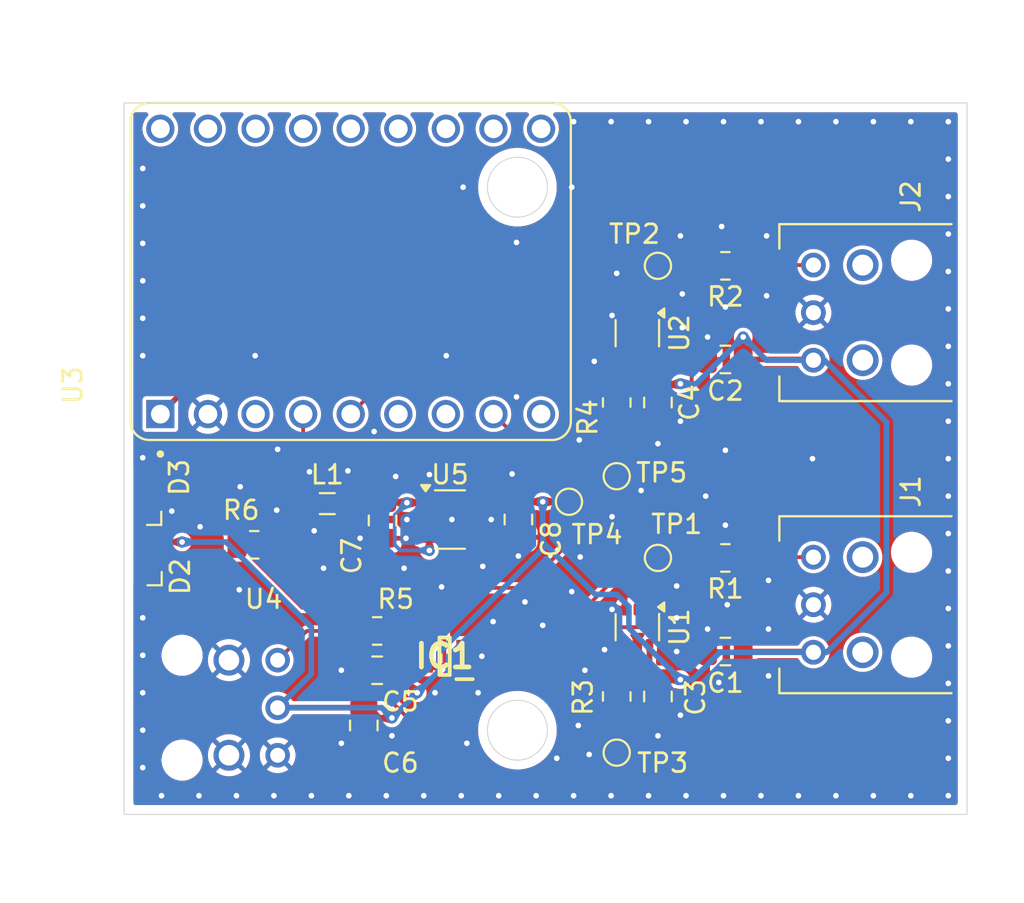
<source format=kicad_pcb>
(kicad_pcb (version 20241229) (generator "pcbnew") (generator_version "9.0")
  (title_block (title "ESP32 TOSLINK 2:1 Auto Switcher") (date "2025-12-28") (rev "1") (comment 4 "github.com/uELKO"))
  (layers (0 "F.Cu" signal) (2 "B.Cu" signal) (13 "F.Paste" user) (15 "B.Paste" user) (5 "F.SilkS" user "F.Silkscreen") (7 "B.SilkS" user "B.Silkscreen") (1 "F.Mask" user) (3 "B.Mask" user) (25 "Edge.Cuts" user))
  (net 0 "")
  (net 1 "/CH_Y_SPDIF")
  (net 2 "GND")
  (net 3 "/CH_B_SPDIF_R")
  (net 4 "/+3.3V")
  (net 5 "/CH_A_SPDIF")
  (net 6 "/CH_B_SPDIF")
  (net 7 "/CH_A_SPDIF_R")
  (net 8 "/CH_Y_SPDIF_R")
  (net 9 "/SW_CH_B")
  (net 10 "/CH_A_DIV")
  (net 11 "/CH_B_DIV")
  (net 12 "Net-(L1-Pad1)")
  (net 13 "Net-(U5-EN)")
  (net 14 "Net-(D2-K)")
  (net 15 "Net-(U1-Q)")
  (net 16 "Net-(U2-Q)")
  (footprint "Capacitor_SMD:C_0805_2012Metric" (layer "F.Cu") (at 113.5125 112.3 180)
    (property "Reference" "C5" (at -1.2375 -1.68 0) (layer "F.SilkS"))
    (property "Value" "1uF")
    (fp_line (start -0.261252 0.735) (end 0.261252 0.735) (stroke (width 0.12)) (layer "F.SilkS"))
    (fp_line (start -0.261252 -0.735) (end 0.261252 -0.735) (stroke (width 0.12)) (layer "F.SilkS"))
    (pad "1" smd roundrect (at -0.95 0 180) (size 1 1.45) (layers "F.Cu" "F.Mask" "F.Paste") (net 4 "/+3.3V"))
    (pad "2" smd roundrect (at 0.95 0 180) (size 1 1.45) (layers "F.Cu" "F.Mask" "F.Paste") (net 2 "GND"))
  )
  (footprint "Resistor_SMD:R_0805_2012Metric" (layer "F.Cu") (at 106.95 105.6 180)
    (property "Reference" "R6" (at 0.7 1.85 0) (layer "F.SilkS"))
    (property "Value" "330R")
    (fp_line (start -0.227064 0.735) (end 0.227064 0.735) (stroke (width 0.12)) (layer "F.SilkS"))
    (fp_line (start -0.227064 -0.735) (end 0.227064 -0.735) (stroke (width 0.12)) (layer "F.SilkS"))
    (pad "1" smd roundrect (at -0.9125 0 180) (size 1.025 1.4) (layers "F.Cu" "F.Mask" "F.Paste") (roundrect_rratio 0.243902) (net 9 "/SW_CH_B"))
    (pad "2" smd roundrect (at 0.9125 0 180) (size 1.025 1.4) (layers "F.Cu" "F.Mask" "F.Paste") (roundrect_rratio 0.243902) (net 14 "Net-(D2-K)"))
  )
  (footprint "Resistor_SMD:R_0805_2012Metric" (layer "F.Cu") (at 113.5125 110.2 180)
    (property "Reference" "R5" (at -0.9875 1.7 0) (layer "F.SilkS"))
    (property "Value" "50R")
    (fp_line (start -0.227064 0.735) (end 0.227064 0.735) (stroke (width 0.12)) (layer "F.SilkS"))
    (fp_line (start -0.227064 -0.735) (end 0.227064 -0.735) (stroke (width 0.12)) (layer "F.SilkS"))
    (pad "1" smd roundrect (at -0.9125 0 180) (size 1.025 1.4) (layers "F.Cu" "F.Mask" "F.Paste") (roundrect_rratio 0.243902) (net 1 "/CH_Y_SPDIF"))
    (pad "2" smd roundrect (at 0.9125 0 180) (size 1.025 1.4) (layers "F.Cu" "F.Mask" "F.Paste") (roundrect_rratio 0.243902) (net 8 "/CH_Y_SPDIF_R"))
  )
  (footprint "TestPoint:TestPoint_Pad_D1.0mm" (layer "F.Cu") (at 128.5 90.7)
    (property "Reference" "TP2" (at -1.25 -1.7 0) (layer "F.SilkS"))
    (property "Value" "TestPoint" (hide yes))
    (fp_circle (center 0 0) (end 0 0.7) (stroke (width 0.12)) (fill no) (layer "F.SilkS"))
    (pad "1" smd circle (at 0 0) (size 1 1) (layers "F.Cu" "F.Mask") (net 3 "/CH_B_SPDIF_R"))
  )
  (footprint "Resistor_SMD:R_0805_2012Metric" (layer "F.Cu") (at 126.3 98 -90)
    (property "Reference" "R4" (at 0.8 1.55 90) (layer "F.SilkS"))
    (property "Value" "50R")
    (fp_line (start -0.227064 0.735) (end 0.227064 0.735) (stroke (width 0.12)) (layer "F.SilkS"))
    (fp_line (start -0.227064 -0.735) (end 0.227064 -0.735) (stroke (width 0.12)) (layer "F.SilkS"))
    (pad "1" smd roundrect (at -0.9125 0 270) (size 1.025 1.4) (layers "F.Cu" "F.Mask" "F.Paste") (roundrect_rratio 0.243902) (net 16 "Net-(U2-Q)"))
    (pad "2" smd roundrect (at 0.9125 0 270) (size 1.025 1.4) (layers "F.Cu" "F.Mask" "F.Paste") (roundrect_rratio 0.243902) (net 11 "/CH_B_DIV"))
  )
  (footprint "footprints:MODULE_ESP32-C3-ZERO" (layer "F.Cu") (at 112.1 91 90)
    (property "Reference" "U3" (at -6.075 -14.835 90) (layer "F.SilkS"))
    (property "Value" "ESP32-C3-ZERO")
    (fp_line (start 4.33 -11.75) (end 8 -11.75) (stroke (width 0.127)) (layer "F.SilkS"))
    (fp_line (start -4.61 -11.75) (end 4.33 -11.75) (stroke (width 0.127)) (layer "F.SilkS"))
    (fp_line (start -8 -11.75) (end -4.61 -11.75) (stroke (width 0.127)) (layer "F.SilkS"))
    (fp_line (start 9 -10.75) (end 9 10.75) (stroke (width 0.127)) (layer "F.SilkS"))
    (fp_line (start -9 10.75) (end -9 -10.75) (stroke (width 0.127)) (layer "F.SilkS"))
    (fp_line (start 8 11.75) (end -8 11.75) (stroke (width 0.127)) (layer "F.SilkS"))
    (fp_arc (start 8 -11.75) (mid 8.707106 -11.457107) (end 9 -10.75) (stroke (width 0.127)) (layer "F.SilkS"))
    (fp_arc (start -9 -10.75) (mid -8.707106 -11.457107) (end -8 -11.75) (stroke (width 0.127)) (layer "F.SilkS"))
    (fp_arc (start 9 10.75) (mid 8.707106 11.457107) (end 8 11.75) (stroke (width 0.127)) (layer "F.SilkS"))
    (fp_arc (start -8 11.75) (mid -8.707106 11.457107) (end -9 10.75) (stroke (width 0.127)) (layer "F.SilkS"))
    (fp_circle (center -9.75 -10.16) (end -9.65 -10.159999) (stroke (width 0.2)) (fill no) (layer "F.SilkS"))
    (pad "1" thru_hole circle (at -7.62 -2.54 90) (size 1.508 1.508) (drill 1) (layers "*.Cu" "*.Mask") (net 10 "/CH_A_DIV"))
    (pad "2" thru_hole circle (at -7.62 0 90) (size 1.508 1.508) (drill 1) (layers "*.Cu" "*.Mask") (net 11 "/CH_B_DIV"))
    (pad "3" thru_hole circle (at -7.62 2.54 90) (size 1.508 1.508) (drill 1) (layers "*.Cu" "*.Mask"))
    (pad "3V3" thru_hole circle (at -7.62 -5.08 90) (size 1.508 1.508) (drill 1) (layers "*.Cu" "*.Mask"))
    (pad "4" thru_hole circle (at -7.62 5.08 90) (size 1.508 1.508) (drill 1) (layers "*.Cu" "*.Mask"))
    (pad "5" thru_hole circle (at -7.62 7.62 90) (size 1.508 1.508) (drill 1) (layers "*.Cu" "*.Mask") (net 9 "/SW_CH_B"))
    (pad "5V" thru_hole rect (at -7.62 -10.16 90) (size 1.508 1.508) (drill 1) (layers "*.Cu" "*.Mask") (net 12 "Net-(L1-Pad1)"))
    (pad "6" thru_hole circle (at -7.62 10.16 90) (size 1.508 1.508) (drill 1) (layers "*.Cu" "*.Mask"))
    (pad "7" thru_hole circle (at 7.62 10.16 90) (size 1.508 1.508) (drill 1) (layers "*.Cu" "*.Mask"))
    (pad "8" thru_hole circle (at 7.62 7.62 90) (size 1.508 1.508) (drill 1) (layers "*.Cu" "*.Mask"))
    (pad "9" thru_hole circle (at 7.62 5.08 90) (size 1.508 1.508) (drill 1) (layers "*.Cu" "*.Mask"))
    (pad "10" thru_hole circle (at 7.62 2.54 90) (size 1.508 1.508) (drill 1) (layers "*.Cu" "*.Mask"))
    (pad "11" thru_hole circle (at 7.62 0 90) (size 1.508 1.508) (drill 1) (layers "*.Cu" "*.Mask"))
    (pad "12" thru_hole circle (at 7.62 -2.54 90) (size 1.508 1.508) (drill 1) (layers "*.Cu" "*.Mask"))
    (pad "13" thru_hole circle (at 7.62 -5.08 90) (size 1.508 1.508) (drill 1) (layers "*.Cu" "*.Mask"))
    (pad "GND" thru_hole circle (at -7.62 -7.62 90) (size 1.508 1.508) (drill 1) (layers "*.Cu" "*.Mask") (net 2 "GND"))
    (pad "RX" thru_hole circle (at 7.62 -7.62 90) (size 1.508 1.508) (drill 1) (layers "*.Cu" "*.Mask"))
    (pad "TX" thru_hole circle (at 7.62 -10.16 90) (size 1.508 1.508) (drill 1) (layers "*.Cu" "*.Mask"))
  )
  (footprint "Capacitor_SMD:C_0805_2012Metric" (layer "F.Cu") (at 132.1 95.7 180)
    (property "Reference" "C2" (at 0 -1.68 0) (layer "F.SilkS"))
    (property "Value" "1uF")
    (fp_line (start -0.261252 0.735) (end 0.261252 0.735) (stroke (width 0.12)) (layer "F.SilkS"))
    (fp_line (start -0.261252 -0.735) (end 0.261252 -0.735) (stroke (width 0.12)) (layer "F.SilkS"))
    (pad "1" smd roundrect (at -0.95 0 180) (size 1 1.45) (layers "F.Cu" "F.Mask" "F.Paste") (net 4 "/+3.3V"))
    (pad "2" smd roundrect (at 0.95 0 180) (size 1 1.45) (layers "F.Cu" "F.Mask" "F.Paste") (net 2 "GND"))
  )
  (footprint "Package_TO_SOT_SMD:SOT-23-5" (layer "F.Cu") (at 117.4 104.25)
    (property "Reference" "U5" (at 0 -2.4 0) (layer "F.SilkS"))
    (property "Value" "AP2127K-3.3")
    (fp_line (start 0 -1.56) (end -0.8 -1.56) (stroke (width 0.12)) (layer "F.SilkS"))
    (fp_line (start 0 -1.56) (end 0.8 -1.56) (stroke (width 0.12)) (layer "F.SilkS"))
    (fp_line (start 0 1.56) (end -0.8 1.56) (stroke (width 0.12)) (layer "F.SilkS"))
    (fp_line (start 0 1.56) (end 0.8 1.56) (stroke (width 0.12)) (layer "F.SilkS"))
    (fp_poly (pts (xy -1.3 -1.51) (xy -1.54 -1.84) (xy -1.06 -1.84)) (stroke (width 0.12)) (fill yes) (layer "F.SilkS"))
    (pad "1" smd roundrect (at -1.1375 -0.95) (size 1.325 0.6) (layers "F.Cu" "F.Mask" "F.Paste") (net 13 "Net-(U5-EN)"))
    (pad "2" smd roundrect (at -1.1375 0) (size 1.325 0.6) (layers "F.Cu" "F.Mask" "F.Paste") (net 2 "GND"))
    (pad "3" smd roundrect (at -1.1375 0.95) (size 1.325 0.6) (layers "F.Cu" "F.Mask" "F.Paste") (net 13 "Net-(U5-EN)"))
    (pad "4" smd roundrect (at 1.1375 0.95) (size 1.325 0.6) (layers "F.Cu" "F.Mask" "F.Paste"))
    (pad "5" smd roundrect (at 1.1375 -0.95) (size 1.325 0.6) (layers "F.Cu" "F.Mask" "F.Paste") (net 4 "/+3.3V"))
  )
  (footprint "Resistor_SMD:R_0805_2012Metric" (layer "F.Cu") (at 132.1 106.3 180)
    (property "Reference" "R1" (at 0 -1.65 0) (layer "F.SilkS"))
    (property "Value" "50R")
    (fp_line (start -0.227064 0.735) (end 0.227064 0.735) (stroke (width 0.12)) (layer "F.SilkS"))
    (fp_line (start -0.227064 -0.735) (end 0.227064 -0.735) (stroke (width 0.12)) (layer "F.SilkS"))
    (pad "1" smd roundrect (at -0.9125 0 180) (size 1.025 1.4) (layers "F.Cu" "F.Mask" "F.Paste") (roundrect_rratio 0.243902) (net 5 "/CH_A_SPDIF"))
    (pad "2" smd roundrect (at 0.9125 0 180) (size 1.025 1.4) (layers "F.Cu" "F.Mask" "F.Paste") (roundrect_rratio 0.243902) (net 7 "/CH_A_SPDIF_R"))
  )
  (footprint "TestPoint:TestPoint_Pad_D1.0mm" (layer "F.Cu") (at 126.3 116.7 -90)
    (property "Reference" "TP3" (at 0.55 -2.45 0) (layer "F.SilkS"))
    (property "Value" "TestPoint" (hide yes))
    (fp_circle (center 0 0) (end 0 0.7) (stroke (width 0.12)) (fill no) (layer "F.SilkS"))
    (pad "1" smd circle (at 0 0 270) (size 1 1) (layers "F.Cu" "F.Mask") (net 10 "/CH_A_DIV"))
  )
  (footprint "TestPoint:TestPoint_Pad_D1.0mm" (layer "F.Cu") (at 123.75 103.3)
    (property "Reference" "TP5" (at 4.95 -1.55 0) (layer "F.SilkS"))
    (property "Value" "TestPoint" (hide yes))
    (fp_circle (center 0 0) (end 0 0.7) (stroke (width 0.12)) (fill no) (layer "F.SilkS"))
    (pad "1" smd circle (at 0 0) (size 1 1) (layers "F.Cu" "F.Mask") (net 4 "/+3.3V"))
  )
  (footprint "Package_TO_SOT_SMD:SOT-353_SC-70-5" (layer "F.Cu") (at 127.4 110 -90)
    (property "Reference" "U1" (at 0 -2.25 90) (layer "F.SilkS"))
    (property "Value" "74AHC1G4212")
    (fp_line (start -0.7 1.16) (end 0.7 1.16) (stroke (width 0.12)) (layer "F.SilkS"))
    (fp_line (start -0.71 -1.16) (end 0.7 -1.16) (stroke (width 0.12)) (layer "F.SilkS"))
    (fp_poly (pts (xy -1.08 -1.11) (xy -1.32 -1.44) (xy -0.84 -1.44) (xy -1.08 -1.11)) (stroke (width 0.12)) (fill yes) (layer "F.SilkS"))
    (pad "1" smd roundrect (at -0.95 -0.65 270) (size 0.65 0.4) (layers "F.Cu" "F.Mask" "F.Paste") (net 7 "/CH_A_SPDIF_R"))
    (pad "2" smd roundrect (at -0.95 0 270) (size 0.65 0.4) (layers "F.Cu" "F.Mask" "F.Paste"))
    (pad "3" smd roundrect (at -0.95 0.65 270) (size 0.65 0.4) (layers "F.Cu" "F.Mask" "F.Paste") (net 2 "GND"))
    (pad "4" smd roundrect (at 0.95 0.65 270) (size 0.65 0.4) (layers "F.Cu" "F.Mask" "F.Paste") (net 15 "Net-(U1-Q)"))
    (pad "5" smd roundrect (at 0.95 -0.65 270) (size 0.65 0.4) (layers "F.Cu" "F.Mask" "F.Paste") (net 4 "/+3.3V"))
  )
  (footprint "Resistor_SMD:R_0805_2012Metric" (layer "F.Cu") (at 126.3 113.7 -90)
    (property "Reference" "R3" (at 0.05 1.8 90) (layer "F.SilkS"))
    (property "Value" "50R")
    (fp_line (start -0.227064 0.735) (end 0.227064 0.735) (stroke (width 0.12)) (layer "F.SilkS"))
    (fp_line (start -0.227064 -0.735) (end 0.227064 -0.735) (stroke (width 0.12)) (layer "F.SilkS"))
    (pad "1" smd roundrect (at -0.9125 0 270) (size 1.025 1.4) (layers "F.Cu" "F.Mask" "F.Paste") (roundrect_rratio 0.243902) (net 15 "Net-(U1-Q)"))
    (pad "2" smd roundrect (at 0.9125 0 270) (size 1.025 1.4) (layers "F.Cu" "F.Mask" "F.Paste") (roundrect_rratio 0.243902) (net 10 "/CH_A_DIV"))
  )
  (footprint "Resistor_SMD:R_0805_2012Metric" (layer "F.Cu") (at 132.1 90.7 180)
    (property "Reference" "R2" (at 0 -1.65 0) (layer "F.SilkS"))
    (property "Value" "50R")
    (fp_line (start -0.227064 0.735) (end 0.227064 0.735) (stroke (width 0.12)) (layer "F.SilkS"))
    (fp_line (start -0.227064 -0.735) (end 0.227064 -0.735) (stroke (width 0.12)) (layer "F.SilkS"))
    (pad "1" smd roundrect (at -0.9125 0 180) (size 1.025 1.4) (layers "F.Cu" "F.Mask" "F.Paste") (roundrect_rratio 0.243902) (net 6 "/CH_B_SPDIF"))
    (pad "2" smd roundrect (at 0.9125 0 180) (size 1.025 1.4) (layers "F.Cu" "F.Mask" "F.Paste") (roundrect_rratio 0.243902) (net 3 "/CH_B_SPDIF_R"))
  )
  (footprint "Capacitor_SMD:C_0805_2012Metric" (layer "F.Cu") (at 128.5 113.7 -90)
    (property "Reference" "C3" (at 0.05 -2 90) (layer "F.SilkS"))
    (property "Value" "1uF")
    (fp_line (start -0.261252 0.735) (end 0.261252 0.735) (stroke (width 0.12)) (layer "F.SilkS"))
    (fp_line (start -0.261252 -0.735) (end 0.261252 -0.735) (stroke (width 0.12)) (layer "F.SilkS"))
    (pad "1" smd roundrect (at -0.95 0 270) (size 1 1.45) (layers "F.Cu" "F.Mask" "F.Paste") (net 4 "/+3.3V"))
    (pad "2" smd roundrect (at 0.95 0 270) (size 1 1.45) (layers "F.Cu" "F.Mask" "F.Paste") (net 2 "GND"))
  )
  (footprint "Package_TO_SOT_SMD:SOT-353_SC-70-5" (layer "F.Cu") (at 127.4 94.3 -90)
    (property "Reference" "U2" (at 0 -2.25 90) (layer "F.SilkS"))
    (property "Value" "74AHC1G4212")
    (fp_line (start -0.7 1.16) (end 0.7 1.16) (stroke (width 0.12)) (layer "F.SilkS"))
    (fp_line (start -0.71 -1.16) (end 0.7 -1.16) (stroke (width 0.12)) (layer "F.SilkS"))
    (fp_poly (pts (xy -1.08 -1.11) (xy -1.32 -1.44) (xy -0.84 -1.44) (xy -1.08 -1.11)) (stroke (width 0.12)) (fill yes) (layer "F.SilkS"))
    (pad "1" smd roundrect (at -0.95 -0.65 270) (size 0.65 0.4) (layers "F.Cu" "F.Mask" "F.Paste") (net 3 "/CH_B_SPDIF_R"))
    (pad "2" smd roundrect (at -0.95 0 270) (size 0.65 0.4) (layers "F.Cu" "F.Mask" "F.Paste"))
    (pad "3" smd roundrect (at -0.95 0.65 270) (size 0.65 0.4) (layers "F.Cu" "F.Mask" "F.Paste") (net 2 "GND"))
    (pad "4" smd roundrect (at 0.95 0.65 270) (size 0.65 0.4) (layers "F.Cu" "F.Mask" "F.Paste") (net 16 "Net-(U2-Q)"))
    (pad "5" smd roundrect (at 0.95 -0.65 270) (size 0.65 0.4) (layers "F.Cu" "F.Mask" "F.Paste") (net 4 "/+3.3V"))
  )
  (footprint "Inductor_SMD:L_0805_2012Metric" (layer "F.Cu") (at 110.85 103.4)
    (property "Reference" "L1" (at 0 -1.55 0) (layer "F.SilkS"))
    (property "Value" "100R")
    (fp_line (start -0.399622 -0.56) (end 0.399622 -0.56) (stroke (width 0.12)) (layer "F.SilkS"))
    (fp_line (start -0.399622 0.56) (end 0.399622 0.56) (stroke (width 0.12)) (layer "F.SilkS"))
    (pad "1" smd roundrect (at -1.0625 0) (size 0.875 1.2) (layers "F.Cu" "F.Mask" "F.Paste") (net 12 "Net-(L1-Pad1)"))
    (pad "2" smd roundrect (at 1.0625 0) (size 0.875 1.2) (layers "F.Cu" "F.Mask" "F.Paste") (net 13 "Net-(U5-EN)"))
  )
  (footprint "Capacitor_SMD:C_0805_2012Metric" (layer "F.Cu") (at 121.05 104.25 -90)
    (property "Reference" "C8" (at 1.05 -1.75 90) (layer "F.SilkS"))
    (property "Value" "10uF")
    (fp_line (start -0.261252 0.735) (end 0.261252 0.735) (stroke (width 0.12)) (layer "F.SilkS"))
    (fp_line (start -0.261252 -0.735) (end 0.261252 -0.735) (stroke (width 0.12)) (layer "F.SilkS"))
    (pad "1" smd roundrect (at -0.95 0 270) (size 1 1.45) (layers "F.Cu" "F.Mask" "F.Paste") (net 4 "/+3.3V"))
    (pad "2" smd roundrect (at 0.95 0 270) (size 1 1.45) (layers "F.Cu" "F.Mask" "F.Paste") (net 2 "GND"))
  )
  (footprint "Capacitor_SMD:C_0805_2012Metric" (layer "F.Cu") (at 112.8 115.25 -90)
    (property "Reference" "C6" (at 2 -1.95 180) (layer "F.SilkS"))
    (property "Value" "1uF")
    (fp_line (start -0.261252 0.735) (end 0.261252 0.735) (stroke (width 0.12)) (layer "F.SilkS"))
    (fp_line (start -0.261252 -0.735) (end 0.261252 -0.735) (stroke (width 0.12)) (layer "F.SilkS"))
    (pad "1" smd roundrect (at -0.95 0 270) (size 1 1.45) (layers "F.Cu" "F.Mask" "F.Paste") (net 4 "/+3.3V"))
    (pad "2" smd roundrect (at 0.95 0 270) (size 1 1.45) (layers "F.Cu" "F.Mask" "F.Paste") (net 2 "GND"))
  )
  (footprint "Capacitor_SMD:C_0805_2012Metric" (layer "F.Cu") (at 132.1 111.3 180)
    (property "Reference" "C1" (at 0 -1.68 0) (layer "F.SilkS"))
    (property "Value" "1uF")
    (fp_line (start -0.261252 0.735) (end 0.261252 0.735) (stroke (width 0.12)) (layer "F.SilkS"))
    (fp_line (start -0.261252 -0.735) (end 0.261252 -0.735) (stroke (width 0.12)) (layer "F.SilkS"))
    (pad "1" smd roundrect (at -0.95 0 180) (size 1 1.45) (layers "F.Cu" "F.Mask" "F.Paste") (net 4 "/+3.3V"))
    (pad "2" smd roundrect (at 0.95 0 180) (size 1 1.45) (layers "F.Cu" "F.Mask" "F.Paste") (net 2 "GND"))
  )
  (footprint "footprints:ORJ-8" (layer "F.Cu") (at 142.04 93.2 -90)
    (property "Reference" "J2" (at -6.2 0.04 90) (layer "F.SilkS"))
    (property "Value" "FC684208R")
    (fp_line (start -4.725 7.06) (end -4.725 -2.13) (stroke (width 0.127)) (layer "F.SilkS"))
    (fp_line (start -4.72 7.06) (end -3.42 7.06) (stroke (width 0.127)) (layer "F.SilkS"))
    (fp_line (start 3.41 7.06) (end 4.71 7.06) (stroke (width 0.127)) (layer "F.SilkS"))
    (fp_line (start 4.725 -2.13) (end 4.725 7.06) (stroke (width 0.127)) (layer "F.SilkS"))
    (pad "" np_thru_hole circle (at -2.8 0 270) (size 1.7018 1.7018) (drill 1.7018) (layers "*.Cu" "*.Mask"))
    (pad "" np_thru_hole circle (at -2.54 2.61 270) (size 1.7 1.7) (drill 1.1176) (layers "*.Cu" "*.Mask"))
    (pad "" np_thru_hole circle (at 2.54 2.61 270) (size 1.7 1.7) (drill 1.1176) (layers "*.Cu" "*.Mask"))
    (pad "" np_thru_hole circle (at 2.8 0 270) (size 1.7018 1.7018) (drill 1.7018) (layers "*.Cu" "*.Mask"))
    (pad "1" thru_hole circle (at 2.54 5.24 270) (size 1.3208 1.3208) (drill 0.8128) (layers "*.Cu" "*.Mask") (net 4 "/+3.3V"))
    (pad "2" thru_hole circle (at 0 5.24 270) (size 1.3208 1.3208) (drill 0.8128) (layers "*.Cu" "*.Mask") (net 2 "GND"))
    (pad "3" thru_hole circle (at -2.54 5.24 270) (size 1.3208 1.3208) (drill 0.8128) (layers "*.Cu" "*.Mask") (net 6 "/CH_B_SPDIF"))
  )
  (footprint "LED_SMD:LED_Kingbright_APA1606_1.6x0.6mm_Horizontal" (layer "F.Cu") (at 101.2275 103.0275 90)
    (property "Reference" "D3" (at 1.0275 1.7225 90) (layer "F.SilkS"))
    (property "Value" "LED")
    (fp_line (start -1.51 0) (end -1.51 0.76) (stroke (width 0.12)) (layer "F.SilkS"))
    (fp_line (start -1.51 0.76) (end -0.8 0.76) (stroke (width 0.12)) (layer "F.SilkS"))
    (pad "1" smd roundrect (at -0.8 0 90) (size 0.9 1) (layers "F.Cu" "F.Mask" "F.Paste") (net 2 "GND"))
    (pad "2" smd roundrect (at 0.8 0 90) (size 0.9 1) (layers "F.Cu" "F.Mask" "F.Paste") (net 14 "Net-(D2-K)"))
  )
  (footprint "footprints:FCR684208T_R" (layer "F.Cu") (at 97.2 114.3 180)
    (property "Reference" "U4" (at -10.25 5.8 0) (layer "F.SilkS"))
    (property "Value" "FCR684208T")
    (pad "" np_thru_hole circle (at -5.9 -2.8 180) (size 1.7 1.7) (drill 1.7) (layers "*.Cu" "*.Mask"))
    (pad "" np_thru_hole circle (at -5.9 2.8 180) (size 1.7 1.7) (drill 1.7) (layers "*.Cu" "*.Mask"))
    (pad "1" thru_hole circle (at -11 -2.54 180) (size 1.308 1.308) (drill 0.8) (layers "*.Cu" "*.Mask") (net 2 "GND"))
    (pad "2" thru_hole circle (at -11 0 180) (size 1.308 1.308) (drill 0.8) (layers "*.Cu" "*.Mask") (net 4 "/+3.3V"))
    (pad "3" thru_hole circle (at -11 2.54 180) (size 1.308 1.308) (drill 0.8) (layers "*.Cu" "*.Mask") (net 8 "/CH_Y_SPDIF_R"))
    (pad "MP1" thru_hole circle (at -8.4 -2.54 180) (size 1.65 1.65) (drill 1.1) (layers "*.Cu" "*.Mask") (net 2 "GND"))
    (pad "MP2" thru_hole circle (at -8.4 2.54 180) (size 1.65 1.65) (drill 1.1) (layers "*.Cu" "*.Mask") (net 2 "GND"))
  )
  (footprint "footprints:ORJ-8" (layer "F.Cu") (at 142.04 108.8 -90)
    (property "Reference" "J1" (at -6.05 0.04 90) (layer "F.SilkS"))
    (property "Value" "FC684208R")
    (fp_line (start -4.725 7.06) (end -4.725 -2.13) (stroke (width 0.127)) (layer "F.SilkS"))
    (fp_line (start -4.72 7.06) (end -3.42 7.06) (stroke (width 0.127)) (layer "F.SilkS"))
    (fp_line (start 3.41 7.06) (end 4.71 7.06) (stroke (width 0.127)) (layer "F.SilkS"))
    (fp_line (start 4.725 -2.13) (end 4.725 7.06) (stroke (width 0.127)) (layer "F.SilkS"))
    (pad "" np_thru_hole circle (at -2.8 0 270) (size 1.7018 1.7018) (drill 1.7018) (layers "*.Cu" "*.Mask"))
    (pad "" np_thru_hole circle (at -2.54 2.61 270) (size 1.7 1.7) (drill 1.1176) (layers "*.Cu" "*.Mask"))
    (pad "" np_thru_hole circle (at 2.54 2.61 270) (size 1.7 1.7) (drill 1.1176) (layers "*.Cu" "*.Mask"))
    (pad "" np_thru_hole circle (at 2.8 0 270) (size 1.7018 1.7018) (drill 1.7018) (layers "*.Cu" "*.Mask"))
    (pad "1" thru_hole circle (at 2.54 5.24 270) (size 1.3208 1.3208) (drill 0.8128) (layers "*.Cu" "*.Mask") (net 4 "/+3.3V"))
    (pad "2" thru_hole circle (at 0 5.24 270) (size 1.3208 1.3208) (drill 0.8128) (layers "*.Cu" "*.Mask") (net 2 "GND"))
    (pad "3" thru_hole circle (at -2.54 5.24 270) (size 1.3208 1.3208) (drill 0.8128) (layers "*.Cu" "*.Mask") (net 5 "/CH_A_SPDIF"))
  )
  (footprint "TestPoint:TestPoint_Pad_D1.0mm" (layer "F.Cu") (at 126.3 101.9375 -90)
    (property "Reference" "TP4" (at 3.1125 1.05 180) (layer "F.SilkS"))
    (property "Value" "TestPoint" (hide yes))
    (fp_circle (center 0 0) (end 0 0.7) (stroke (width 0.12)) (fill no) (layer "F.SilkS"))
    (pad "1" smd circle (at 0 0 270) (size 1 1) (layers "F.Cu" "F.Mask") (net 11 "/CH_B_DIV"))
  )
  (footprint "TestPoint:TestPoint_Pad_D1.0mm" (layer "F.Cu") (at 128.5 106.3)
    (property "Reference" "TP1" (at 1 -1.8 0) (layer "F.SilkS"))
    (property "Value" "TestPoint" (hide yes))
    (fp_circle (center 0 0) (end 0 0.7) (stroke (width 0.12)) (fill no) (layer "F.SilkS"))
    (pad "1" smd circle (at 0 0) (size 1 1) (layers "F.Cu" "F.Mask") (net 7 "/CH_A_SPDIF_R"))
  )
  (footprint "Capacitor_SMD:C_0805_2012Metric" (layer "F.Cu") (at 113.8 104.3 -90)
    (property "Reference" "C7" (at 1.9 1.65 90) (layer "F.SilkS"))
    (property "Value" "10uF")
    (fp_line (start -0.261252 0.735) (end 0.261252 0.735) (stroke (width 0.12)) (layer "F.SilkS"))
    (fp_line (start -0.261252 -0.735) (end 0.261252 -0.735) (stroke (width 0.12)) (layer "F.SilkS"))
    (pad "1" smd roundrect (at -0.95 0 270) (size 1 1.45) (layers "F.Cu" "F.Mask" "F.Paste") (net 13 "Net-(U5-EN)"))
    (pad "2" smd roundrect (at 0.95 0 270) (size 1 1.45) (layers "F.Cu" "F.Mask" "F.Paste") (net 2 "GND"))
  )
  (footprint "Capacitor_SMD:C_0805_2012Metric" (layer "F.Cu") (at 128.5 98 -90)
    (property "Reference" "C4" (at 0 -1.68 90) (layer "F.SilkS"))
    (property "Value" "1uF")
    (fp_line (start -0.261252 0.735) (end 0.261252 0.735) (stroke (width 0.12)) (layer "F.SilkS"))
    (fp_line (start -0.261252 -0.735) (end 0.261252 -0.735) (stroke (width 0.12)) (layer "F.SilkS"))
    (pad "1" smd roundrect (at -0.95 0 270) (size 1 1.45) (layers "F.Cu" "F.Mask" "F.Paste") (net 4 "/+3.3V"))
    (pad "2" smd roundrect (at 0.95 0 270) (size 1 1.45) (layers "F.Cu" "F.Mask" "F.Paste") (net 2 "GND"))
  )
  (footprint "LED_SMD:LED_Kingbright_APA1606_1.6x0.6mm_Horizontal" (layer "F.Cu") (at 101.25 106.25 90)
    (property "Reference" "D2" (at -1.05 1.75 90) (layer "F.SilkS"))
    (property "Value" "LED")
    (fp_line (start -1.51 0) (end -1.51 0.76) (stroke (width 0.12)) (layer "F.SilkS"))
    (fp_line (start -1.51 0.76) (end -0.8 0.76) (stroke (width 0.12)) (layer "F.SilkS"))
    (pad "1" smd roundrect (at -0.8 0 90) (size 0.9 1) (layers "F.Cu" "F.Mask" "F.Paste") (net 14 "Net-(D2-K)"))
    (pad "2" smd roundrect (at 0.8 0 90) (size 0.9 1) (layers "F.Cu" "F.Mask" "F.Paste") (net 4 "/+3.3V"))
  )
  (footprint "footprints:SOP65P210X110-6N" (layer "F.Cu") (at 117.1125 111.55 180)
    (property "Reference" "IC1" (at 0 0 180) (layer "F.SilkS") (effects (font (size 1.27 1.27) (thickness 0.254))))
    (property "Value" "74LVC1G157GW,125" (hide yes))
    (fp_line (start 0.275 1) (end -0.275 1) (stroke (width 0.2)) (layer "F.SilkS"))
    (fp_line (start 0.275 -1) (end 0.275 1) (stroke (width 0.2)) (layer "F.SilkS"))
    (fp_line (start -0.275 1) (end -0.275 -1) (stroke (width 0.2)) (layer "F.SilkS"))
    (fp_line (start -0.275 -1) (end 0.275 -1) (stroke (width 0.2)) (layer "F.SilkS"))
    (fp_line (start -1.5 -1.225) (end -0.625 -1.225) (stroke (width 0.2)) (layer "F.SilkS"))
    (pad "1" smd rect (at -1.062 -0.65 270) (size 0.45 0.875) (layers "F.Cu" "F.Mask" "F.Paste") (net 7 "/CH_A_SPDIF_R"))
    (pad "2" smd rect (at -1.062 0 270) (size 0.45 0.875) (layers "F.Cu" "F.Mask" "F.Paste") (net 2 "GND"))
    (pad "3" smd rect (at -1.062 0.65 270) (size 0.45 0.875) (layers "F.Cu" "F.Mask" "F.Paste") (net 3 "/CH_B_SPDIF_R"))
    (pad "4" smd rect (at 1.062 0.65 270) (size 0.45 0.875) (layers "F.Cu" "F.Mask" "F.Paste") (net 1 "/CH_Y_SPDIF"))
    (pad "5" smd rect (at 1.062 0 270) (size 0.45 0.875) (layers "F.Cu" "F.Mask" "F.Paste") (net 4 "/+3.3V"))
    (pad "6" smd rect (at 1.062 -0.65 270) (size 0.45 0.875) (layers "F.Cu" "F.Mask" "F.Paste") (net 9 "/SW_CH_B"))
  )
  (gr_circle (center 121 115.5) (end 122.6 115.5) (stroke (width 0.05)) (fill no) (layer "Edge.Cuts"))
  (gr_rect (start 100 82) (end 145 120) (stroke (width 0.05)) (fill no) (layer "Edge.Cuts"))
  (gr_circle (center 121 86.5) (end 122.6 86.5) (stroke (width 0.05)) (fill no) (layer "Edge.Cuts"))
  (segment (start 116.0505 110.9) (end 115.125 110.9) (width 0.2) (layer "F.Cu") (net 1))
  (segment (start 115.125 110.9) (end 114.425 110.2) (width 0.2) (layer "F.Cu") (net 1))
  (segment (start 131.15 95.7) (end 131.15 94.5) (width 0.3) (layer "F.Cu") (net 2))
  (segment (start 112.8 116.2) (end 111.6 116.2) (width 0.3) (layer "F.Cu") (net 2))
  (segment (start 129.7 99) (end 128.55 99) (width 0.3) (layer "F.Cu") (net 2))
  (segment (start 126.75 93.35) (end 126.05 93.35) (width 0.3) (layer "F.Cu") (net 2))
  (segment (start 131.15 111.3) (end 131.15 110.1) (width 0.3) (layer "F.Cu") (net 2))
  (segment (start 128.55 114.7) (end 128.5 114.65) (width 0.3) (layer "F.Cu") (net 2))
  (segment (start 112.5625 112.3) (end 111.6 112.3) (width 0.3) (layer "F.Cu") (net 2))
  (segment (start 128.55 99) (end 128.5 98.95) (width 0.3) (layer "F.Cu") (net 2))
  (segment (start 118.1745 111.55) (end 119.1 111.55) (width 0.2) (layer "F.Cu") (net 2))
  (segment (start 126.75 109.05) (end 126.05 109.05) (width 0.3) (layer "F.Cu") (net 2))
  (segment (start 129.7 114.7) (end 128.55 114.7) (width 0.3) (layer "F.Cu") (net 2))
  (via (at 108.2 100.5) (size 0.6) (drill 0.3) (layers "F.Cu" "B.Cu") (net 2))
  (via (at 134.3 92.3) (size 0.6) (drill 0.3) (layers "F.Cu" "B.Cu") (net 2))
  (via (at 101 87.5) (size 0.6) (drill 0.3) (layers "F.Cu" "B.Cu") (net 2))
  (via (at 130 119) (size 0.6) (drill 0.3) (layers "F.Cu" "B.Cu") (net 2))
  (via (at 128 83) (size 0.6) (drill 0.3) (layers "F.Cu" "B.Cu") (net 2))
  (via (at 131.15 110.1) (size 0.6) (drill 0.3) (layers "F.Cu" "B.Cu") (net 2))
  (via (at 129.7 99) (size 0.6) (drill 0.3) (layers "F.Cu" "B.Cu") (net 2))
  (via (at 102 119) (size 0.6) (drill 0.3) (layers "F.Cu" "B.Cu") (net 2))
  (via (at 114.3 115.8) (size 0.6) (drill 0.3) (layers "F.Cu" "B.Cu") (net 2))
  (via (at 138 83) (size 0.6) (drill 0.3) (layers "F.Cu" "B.Cu") (net 2))
  (via (at 110.15 104.85) (size 0.6) (drill 0.3) (layers "F.Cu" "B.Cu") (net 2))
  (via (at 124.35 106.25) (size 0.6) (drill 0.3) (layers "F.Cu" "B.Cu") (net 2))
  (via (at 129.8 92.2) (size 0.6) (drill 0.3) (layers "F.Cu" "B.Cu") (net 2))
  (via (at 104 119) (size 0.6) (drill 0.3) (layers "F.Cu" "B.Cu") (net 2))
  (via (at 116.6 113.5) (size 0.6) (drill 0.3) (layers "F.Cu" "B.Cu") (net 2))
  (via (at 101 95.5) (size 0.6) (drill 0.3) (layers "F.Cu" "B.Cu") (net 2))
  (via (at 144 111) (size 0.6) (drill 0.3) (layers "F.Cu" "B.Cu") (net 2))
  (via (at 128 119) (size 0.6) (drill 0.3) (layers "F.Cu" "B.Cu") (net 2))
  (via (at 114 119) (size 0.6) (drill 0.3) (layers "F.Cu" "B.Cu") (net 2))
  (via (at 123.9 108.1) (size 0.6) (drill 0.3) (layers "F.Cu" "B.Cu") (net 2))
  (via (at 111.95 101.65) (size 0.6) (drill 0.3) (layers "F.Cu" "B.Cu") (net 2))
  (via (at 119.7 109.7) (size 0.6) (drill 0.3) (layers "F.Cu" "B.Cu") (net 2))
  (via (at 140 83) (size 0.6) (drill 0.3) (layers "F.Cu" "B.Cu") (net 2))
  (via (at 121.05 106.2) (size 0.6) (drill 0.3) (layers "F.Cu" "B.Cu") (net 2))
  (via (at 132.1 100.55) (size 0.6) (drill 0.3) (layers "F.Cu" "B.Cu") (net 2))
  (via (at 126.05 104.1) (size 0.6) (drill 0.3) (layers "F.Cu" "B.Cu") (net 2))
  (via (at 140 119) (size 0.6) (drill 0.3) (layers "F.Cu" "B.Cu") (net 2))
  (via (at 110 119) (size 0.6) (drill 0.3) (layers "F.Cu" "B.Cu") (net 2))
  (via (at 144 117) (size 0.6) (drill 0.3) (layers "F.Cu" "B.Cu") (net 2))
  (via (at 126 119) (size 0.6) (drill 0.3) (layers "F.Cu" "B.Cu") (net 2))
  (via (at 112.6 105.25) (size 0.6) (drill 0.3) (layers "F.Cu" "B.Cu") (net 2))
  (via (at 144 107) (size 0.6) (drill 0.3) (layers "F.Cu" "B.Cu") (net 2))
  (via (at 122.35 109.9) (size 0.6) (drill 0.3) (layers "F.Cu" "B.Cu") (net 2))
  (via (at 144 87) (size 0.6) (drill 0.3) (layers "F.Cu" "B.Cu") (net 2))
  (via (at 120.95 97.7) (size 0.6) (drill 0.3) (layers "F.Cu" "B.Cu") (net 2))
  (via (at 101 85.5) (size 0.6) (drill 0.3) (layers "F.Cu" "B.Cu") (net 2))
  (via (at 108.15 103.75) (size 0.6) (drill 0.3) (layers "F.Cu" "B.Cu") (net 2))
  (via (at 120 119) (size 0.6) (drill 0.3) (layers "F.Cu" "B.Cu") (net 2))
  (via (at 129.7 114.7) (size 0.6) (drill 0.3) (layers "F.Cu" "B.Cu") (net 2))
  (via (at 118.1 86.5) (size 0.6) (drill 0.3) (layers "F.Cu" "B.Cu") (net 2))
  (via (at 123.9 86.5) (size 0.6) (drill 0.3) (layers "F.Cu" "B.Cu") (net 2))
  (via (at 130 83) (size 0.6) (drill 0.3) (layers "F.Cu" "B.Cu") (net 2))
  (via (at 134.4 110.1) (size 0.6) (drill 0.3) (layers "F.Cu" "B.Cu") (net 2))
  (via (at 101 117.5) (size 0.6) (drill 0.3) (layers "F.Cu" "B.Cu") (net 2))
  (via (at 109.9 101.7) (size 0.6) (drill 0.3) (layers "F.Cu" "B.Cu") (net 2))
  (via (at 107 95.5) (size 0.6) (drill 0.3) (layers "F.Cu" "B.Cu") (net 2))
  (via (at 115.1 104.25) (size 0.6) (drill 0.3) (layers "F.Cu" "B.Cu") (net 2))
  (via (at 126.05 109.05) (size 0.6) (drill 0.3) (layers "F.Cu" "B.Cu") (net 2))
  (via (at 129.8 94) (size 0.6) (drill 0.3) (layers "F.Cu" "B.Cu") (net 2))
  (via (at 144 119) (size 0.6) (drill 0.3) (layers "F.Cu" "B.Cu") (net 2))
  (via (at 101 109.5) (size 0.6) (drill 0.3) (layers "F.Cu" "B.Cu") (net 2))
  (via (at 144 93) (size 0.6) (drill 0.3) (layers "F.Cu" "B.Cu") (net 2))
  (via (at 116.95 107.85) (size 0.6) (drill 0.3) (layers "F.Cu" "B.Cu") (net 2))
  (via (at 129.5 109.5) (size 0.6) (drill 0.3) (layers "F.Cu" "B.Cu") (net 2))
  (via (at 134 83) (size 0.6) (drill 0.3) (layers "F.Cu" "B.Cu") (net 2))
  (via (at 102.55 103.8) (size 0.6) (drill 0.3) (layers "F.Cu" "B.Cu") (net 2))
  (via (at 134.4 107.5) (size 0.6) (drill 0.3) (layers "F.Cu" "B.Cu") (net 2))
  (via (at 101 93.5) (size 0.6) (drill 0.3) (layers "F.Cu" "B.Cu") (net 2))
  (via (at 106.15 108) (size 0.6) (drill 0.3) (layers "F.Cu" "B.Cu") (net 2))
  (via (at 124.6 112.3) (size 0.6) (drill 0.3) (layers "F.Cu" "B.Cu") (net 2))
  (via (at 144 113) (size 0.6) (drill 0.3) (layers "F.Cu" "B.Cu") (net 2))
  (via (at 118.3 116.2) (size 0.6) (drill 0.3) (layers "F.Cu" "B.Cu") (net 2))
  (via (at 144 101) (size 0.6) (drill 0.3) (layers "F.Cu" "B.Cu") (net 2))
  (via (at 111.6 116.2) (size 0.6) (drill 0.3) (layers "F.Cu" "B.Cu") (net 2))
  (via (at 116 119) (size 0.6) (drill 0.3) (layers "F.Cu" "B.Cu") (net 2))
  (via (at 144 89) (size 0.6) (drill 0.3) (layers "F.Cu" "B.Cu") (net 2))
  (via (at 144 85) (size 0.6) (drill 0.3) (layers "F.Cu" "B.Cu") (net 2))
  (via (at 106.2 102.5) (size 0.6) (drill 0.3) (layers "F.Cu" "B.Cu") (net 2))
  (via (at 132 83) (size 0.6) (drill 0.3) (layers "F.Cu" "B.Cu") (net 2))
  (via (at 101 115.5) (size 0.6) (drill 0.3) (layers "F.Cu" "B.Cu") (net 2))
  (via (at 114.95 106.85) (size 0.6) (drill 0.3) (layers "F.Cu" "B.Cu") (net 2))
  (via (at 118.9 113.5) (size 0.6) (drill 0.3) (layers "F.Cu" "B.Cu") (net 2))
  (via (at 131.15 94.5) (size 0.6) (drill 0.3) (layers "F.Cu" "B.Cu") (net 2))
  (via (at 142 119) (size 0.6) (drill 0.3) (layers "F.Cu" "B.Cu") (net 2))
  (via (at 129.7 89.1) (size 0.6) (drill 0.3) (layers "F.Cu" "B.Cu") (net 2))
  (via (at 119.1 111.55) (size 0.6) (drill 0.3) (layers "F.Cu" "B.Cu") (net 2))
  (via (at 101 100.95) (size 0.6) (drill 0.3) (layers "F.Cu" "B.Cu") (net 2))
  (via (at 138 119) (size 0.6) (drill 0.3) (layers "F.Cu" "B.Cu") (net 2))
  (via (at 124.3 100) (size 0.6) (drill 0.3) (layers "F.Cu" "B.Cu") (net 2))
  (via (at 119.15 106.75) (size 0.6) (drill 0.3) (layers "F.Cu" "B.Cu") (net 2))
  (via (at 131.9 88.6) (size 0.6) (drill 0.3) (layers "F.Cu" "B.Cu") (net 2))
  (via (at 126.05 93.35) (size 0.6) (drill 0.3) (layers "F.Cu" "B.Cu") (net 2))
  (via (at 132.1 92.9) (size 0.6) (drill 0.3) (layers "F.Cu" "B.Cu") (net 2))
  (via (at 106 119) (size 0.6) (drill 0.3) (layers "F.Cu" "B.Cu") (net 2))
  (via (at 101 111.5) (size 0.6) (drill 0.3) (layers "F.Cu" "B.Cu") (net 2))
  (via (at 128.5 100.2) (size 0.6) (drill 0.3) (layers "F.Cu" "B.Cu") (net 2))
  (via (at 123.1 117) (size 0.6) (drill 0.3) (layers "F.Cu" "B.Cu") (net 2))
  (via (at 144 99) (size 0.6) (drill 0.3) (layers "F.Cu" "B.Cu") (net 2))
  (via (at 112 119) (size 0.6) (drill 0.3) (layers "F.Cu" "B.Cu") (net 2))
  (via (at 132.1 104.55) (size 0.6) (drill 0.3) (layers "F.Cu" "B.Cu") (net 2))
  (via (at 101 91.5) (size 0.6) (drill 0.3) (layers "F.Cu" "B.Cu") (net 2))
  (via (at 118 119) (size 0.6) (drill 0.3) (layers "F.Cu" "B.Cu") (net 2))
  (via (at 129.5 111.3) (size 0.6) (drill 0.3) (layers "F.Cu" "B.Cu") (net 2))
  (via (at 120.95 89.45) (size 0.6) (drill 0.3) (layers "F.Cu" "B.Cu") (net 2))
  (via (at 129.5 107.8) (size 0.6) (drill 0.3) (layers "F.Cu" "B.Cu") (net 2))
  (via (at 134 119) (size 0.6) (drill 0.3) (layers "F.Cu" "B.Cu") (net 2))
  (via (at 132.2 108.8) (size 0.6) (drill 0.3) (layers "F.Cu" "B.Cu") (net 2))
  (via (at 136.75 101) (size 0.6) (drill 0.3) (layers "F.Cu" "B.Cu") (net 2))
  (via (at 126 83) (size 0.6) (drill 0.3) (layers "F.Cu" "B.Cu") (net 2))
  (via (at 128.5 115.8) (size 0.6) (drill 0.3) (layers "F.Cu" "B.Cu") (net 2))
  (via (at 144 109) (size 0.6) (drill 0.3) (layers "F.Cu" "B.Cu") (net 2))
  (via (at 134.3 89.1) (size 0.6) (drill 0.3) (layers "F.Cu" "B.Cu") (net 2))
  (via (at 125.65 111.2) (size 0.6) (drill 0.3) (layers "F.Cu" "B.Cu") (net 2))
  (via (at 114.5 101.95) (size 0.6) (drill 0.3) (layers "F.Cu" "B.Cu") (net 2))
  (via (at 131.75 112.95) (size 0.6) (drill 0.3) (layers "F.Cu" "B.Cu") (net 2))
  (via (at 144 95) (size 0.6) (drill 0.3) (layers "F.Cu" "B.Cu") (net 2))
  (via (at 144 91) (size 0.6) (drill 0.3) (layers "F.Cu" "B.Cu") (net 2))
  (via (at 104.060421 104.636886) (size 0.6) (drill 0.3) (layers "F.Cu" "B.Cu") (net 2))
  (via (at 113.35 99.55) (size 0.6) (drill 0.3) (layers "F.Cu" "B.Cu") (net 2))
  (via (at 144 103) (size 0.6) (drill 0.3) (layers "F.Cu" "B.Cu") (net 2))
  (via (at 144 115) (size 0.6) (drill 0.3) (layers "F.Cu" "B.Cu") (net 2))
  (via (at 110.65 106.85) (size 0.6) (drill 0.3) (layers "F.Cu" "B.Cu") (net 2))
  (via (at 124 119) (size 0.6) (drill 0.3) (layers "F.Cu" "B.Cu") (net 2))
  (via (at 116.3 101.85) (size 0.6) (drill 0.3) (layers "F.Cu" "B.Cu") (net 2))
  (via (at 101 113.5) (size 0.6) (drill 0.3) (layers "F.Cu" "B.Cu") (net 2))
  (via (at 115.05 105.25) (size 0.6) (drill 0.3) (layers "F.Cu" "B.Cu") (net 2))
  (via (at 127.6 102.7) (size 0.6) (drill 0.3) (layers "F.Cu" "B.Cu") (net 2))
  (via (at 122 119) (size 0.6) (drill 0.3) (layers "F.Cu" "B.Cu") (net 2))
  (via (at 108 119) (size 0.6) (drill 0.3) (layers "F.Cu" "B.Cu") (net 2))
  (via (at 126.3 91.1) (size 0.6) (drill 0.3) (layers "F.Cu" "B.Cu") (net 2))
  (via (at 131.05 103) (size 0.6) (drill 0.3) (layers "F.Cu" "B.Cu") (net 2))
  (via (at 132 119) (size 0.6) (drill 0.3) (layers "F.Cu" "B.Cu") (net 2))
  (via (at 121.4 108.65) (size 0.6) (drill 0.3) (layers "F.Cu" "B.Cu") (net 2))
  (via (at 124.25 115.25) (size 0.6) (drill 0.3) (layers "F.Cu" "B.Cu") (net 2))
  (via (at 101 89.5) (size 0.6) (drill 0.3) (layers "F.Cu" "B.Cu") (net 2))
  (via (at 144 105) (size 0.6) (drill 0.3) (layers "F.Cu" "B.Cu") (net 2))
  (via (at 142 83) (size 0.6) (drill 0.3) (layers "F.Cu" "B.Cu") (net 2))
  (via (at 134.4 112.6) (size 0.6) (drill 0.3) (layers "F.Cu" "B.Cu") (net 2))
  (via (at 111.6 112.3) (size 0.6) (drill 0.3) (layers "F.Cu" "B.Cu") (net 2))
  (via (at 136 119) (size 0.6) (drill 0.3) (layers "F.Cu" "B.Cu") (net 2))
  (via (at 124 83) (size 0.6) (drill 0.3) (layers "F.Cu" "B.Cu") (net 2))
  (via (at 119.6 104.25) (size 0.6) (drill 0.3) (layers "F.Cu" "B.Cu") (net 2))
  (via (at 144 83) (size 0.6) (drill 0.3) (layers "F.Cu" "B.Cu") (net 2))
  (via (at 117.5 104.25) (size 0.6) (drill 0.3) (layers "F.Cu" "B.Cu") (net 2))
  (via (at 144 97) (size 0.6) (drill 0.3) (layers "F.Cu" "B.Cu") (net 2))
  (via (at 125.1 95.8) (size 0.6) (drill 0.3) (layers "F.Cu" "B.Cu") (net 2))
  (via (at 136 83) (size 0.6) (drill 0.3) (layers "F.Cu" "B.Cu") (net 2))
  (via (at 124.828409 116.798565) (size 0.6) (drill 0.3) (layers "F.Cu" "B.Cu") (net 2))
  (via (at 120.713641 101.814153) (size 0.6) (drill 0.3) (layers "F.Cu" "B.Cu") (net 2))
  (via (at 117.2 95.5) (size 0.6) (drill 0.3) (layers "F.Cu" "B.Cu") (net 2))
  (segment (start 126.8 104.7) (end 130.3 101.2) (width 0.2) (layer "F.Cu") (net 3))
  (segment (start 122.7 110.9) (end 126.8 106.8) (width 0.2) (layer "F.Cu") (net 3))
  (segment (start 130.3 96.5) (end 128.05 94.25) (width 0.2) (layer "F.Cu") (net 3))
  (segment (start 128.05 91.25) (end 128.05 93.35) (width 0.2) (layer "F.Cu") (net 3))
  (segment (start 130.3 101.2) (end 130.3 96.5) (width 0.2) (layer "F.Cu") (net 3))
  (segment (start 128.5 90.7) (end 128.5 90.8) (width 0.2) (layer "F.Cu") (net 3))
  (segment (start 128.5 90.8) (end 128.05 91.25) (width 0.2) (layer "F.Cu") (net 3))
  (segment (start 131.1875 90.7) (end 128.5 90.7) (width 0.2) (layer "F.Cu") (net 3))
  (segment (start 126.8 106.8) (end 126.8 104.7) (width 0.2) (layer "F.Cu") (net 3))
  (segment (start 128.05 94.25) (end 128.05 93.35) (width 0.2) (layer "F.Cu") (net 3))
  (segment (start 118.1745 110.9) (end 122.7 110.9) (width 0.2) (layer "F.Cu") (net 3))
  (segment (start 123.75 103.3) (end 122.35 103.3) (width 0.3) (layer "F.Cu") (net 4))
  (segment (start 136.76 95.7) (end 136.8 95.74) (width 0.3) (layer "F.Cu") (net 4))
  (segment (start 129.6 97) (end 129.55 97.05) (width 0.3) (layer "F.Cu") (net 4))
  (segment (start 113.1 114.3) (end 112.8 114.3) (width 0.3) (layer "F.Cu") (net 4))
  (segment (start 133.05 95.7) (end 133.05 94.5) (width 0.3) (layer "F.Cu") (net 4))
  (segment (start 115.2125 111.55) (end 114.4625 112.3) (width 0.3) (layer "F.Cu") (net 4))
  (segment (start 113.649265 114.849265) (end 113.1 114.3) (width 0.3) (layer "F.Cu") (net 4))
  (segment (start 133.05 111.3) (end 136.76 111.3) (width 0.3) (layer "F.Cu") (net 4))
  (segment (start 116.0505 111.55) (end 115.2125 111.55) (width 0.3) (layer "F.Cu") (net 4))
  (segment (start 121.05 103.3) (end 118.5375 103.3) (width 0.3) (layer "F.Cu") (net 4))
  (segment (start 114.4625 112.3) (end 114.4625 112.3125) (width 0.3) (layer "F.Cu") (net 4))
  (segment (start 114.300735 114.849265) (end 113.649265 114.849265) (width 0.3) (layer "F.Cu") (net 4))
  (segment (start 122.35 103.3) (end 121.05 103.3) (width 0.3) (layer "F.Cu") (net 4))
  (segment (start 129.7 97) (end 129.6 97) (width 0.3) (layer "F.Cu") (net 4))
  (segment (start 128.55 112.8) (end 128.05 112.3) (width 0.3) (layer "F.Cu") (net 4))
  (segment (start 129.7 112.8) (end 128.55 112.8) (width 0.3) (layer "F.Cu") (net 4))
  (segment (start 129.55 97.05) (end 128.5 97.05) (width 0.3) (layer "F.Cu") (net 4))
  (segment (start 128.05 96.6) (end 128.05 95.25) (width 0.3) (layer "F.Cu") (net 4))
  (segment (start 128.05 112.3) (end 128.05 110.95) (width 0.3) (layer "F.Cu") (net 4))
  (segment (start 114.4625 112.4625) (end 114.4625 112.3) (width 0.3) (layer "F.Cu") (net 4))
  (segment (start 114.4625 112.3) (end 114.4625 112.6375) (width 0.3) (layer "F.Cu") (net 4))
  (segment (start 136.76 111.3) (end 136.8 111.34) (width 0.3) (layer "F.Cu") (net 4))
  (segment (start 108.2 114.3) (end 112.8 114.3) (width 0.3) (layer "F.Cu") (net 4))
  (segment (start 103.1 105.45) (end 101.4 105.45) (width 0.2) (layer "F.Cu") (net 4))
  (segment (start 128.5 97.05) (end 128.05 96.6) (width 0.3) (layer "F.Cu") (net 4))
  (segment (start 114.4625 112.3125) (end 115.65 113.5) (width 0.3) (layer "F.Cu") (net 4))
  (segment (start 133.05 95.7) (end 136.76 95.7) (width 0.3) (layer "F.Cu") (net 4))
  (via (at 115.65 113.5) (size 0.6) (drill 0.3) (layers "F.Cu" "B.Cu") (net 4))
  (via (at 103.1 105.45) (size 0.6) (drill 0.3) (layers "F.Cu" "B.Cu") (net 4))
  (via (at 122.35 103.3) (size 0.6) (drill 0.3) (layers "F.Cu" "B.Cu") (net 4))
  (via (at 129.7 97) (size 0.6) (drill 0.3) (layers "F.Cu" "B.Cu") (net 4))
  (via (at 129.7 112.8) (size 0.6) (drill 0.3) (layers "F.Cu" "B.Cu") (net 4))
  (via (at 114.300735 114.849265) (size 0.6) (drill 0.3) (layers "F.Cu" "B.Cu") (net 4))
  (via (at 133.05 94.5) (size 0.6) (drill 0.3) (layers "F.Cu" "B.Cu") (net 4))
  (segment (start 122.35 105.45) (end 125.15 108.25) (width 0.3) (layer "B.Cu") (net 4))
  (segment (start 116.8 111.370654) (end 122.35 105.820654) (width 0.3) (layer "B.Cu") (net 4))
  (segment (start 114.300735 114.849265) (end 115.65 113.5) (width 0.3) (layer "B.Cu") (net 4))
  (segment (start 113.75147 114.3) (end 108.2 114.3) (width 0.3) (layer "B.Cu") (net 4))
  (segment (start 126.95 108.9) (end 126.95 110.05) (width 0.3) (layer "B.Cu") (net 4))
  (segment (start 130.55 97) (end 133.05 94.5) (width 0.3) (layer "B.Cu") (net 4))
  (segment (start 115.7 113.5) (end 115.65 113.5) (width 0.3) (layer "B.Cu") (net 4))
  (segment (start 105.45 105.45) (end 110 110) (width 0.3) (layer "B.Cu") (net 4))
  (segment (start 131.81 111.34) (end 136.8 111.34) (width 0.3) (layer "B.Cu") (net 4))
  (segment (start 126.95 110.05) (end 127.15 110.25) (width 0.3) (layer "B.Cu") (net 4))
  (segment (start 115.65 113.5) (end 116.8 112.35) (width 0.3) (layer "B.Cu") (net 4))
  (segment (start 137.51 111.34) (end 140.7 108.15) (width 0.3) (layer "B.Cu") (net 4))
  (segment (start 127.15 110.25) (end 129.7 112.8) (width 0.3) (layer "B.Cu") (net 4))
  (segment (start 136.8 95.74) (end 134.29 95.74) (width 0.3) (layer "B.Cu") (net 4))
  (segment (start 130.35 112.8) (end 131.81 111.34) (width 0.3) (layer "B.Cu") (net 4))
  (segment (start 122.35 105.820654) (end 122.35 105.45) (width 0.3) (layer "B.Cu") (net 4))
  (segment (start 129.549 112.951) (end 129.7 112.8) (width 0.3) (layer "B.Cu") (net 4))
  (segment (start 114.300735 114.849265) (end 113.75147 114.3) (width 0.3) (layer "B.Cu") (net 4))
  (segment (start 137.39 95.74) (end 136.8 95.74) (width 0.3) (layer "B.Cu") (net 4))
  (segment (start 136.8 111.34) (end 137.51 111.34) (width 0.3) (layer "B.Cu") (net 4))
  (segment (start 110 110) (end 110 112.5) (width 0.3) (layer "B.Cu") (net 4))
  (segment (start 103.1 105.45) (end 105.45 105.45) (width 0.3) (layer "B.Cu") (net 4))
  (segment (start 110 112.5) (end 108.2 114.3) (width 0.3) (layer "B.Cu") (net 4))
  (segment (start 140.7 108.15) (end 140.7 99.05) (width 0.3) (layer "B.Cu") (net 4))
  (segment (start 134.29 95.74) (end 133.05 94.5) (width 0.3) (layer "B.Cu") (net 4))
  (segment (start 125.15 108.25) (end 126.3 108.25) (width 0.3) (layer "B.Cu") (net 4))
  (segment (start 122.35 103.3) (end 122.35 105.45) (width 0.3) (layer "B.Cu") (net 4))
  (segment (start 129.7 112.8) (end 130.35 112.8) (width 0.3) (layer "B.Cu") (net 4))
  (segment (start 116.8 112.35) (end 116.8 111.370654) (width 0.3) (layer "B.Cu") (net 4))
  (segment (start 140.7 99.05) (end 137.39 95.74) (width 0.3) (layer "B.Cu") (net 4))
  (segment (start 126.3 108.25) (end 126.95 108.9) (width 0.3) (layer "B.Cu") (net 4))
  (segment (start 129.7 97) (end 130.55 97) (width 0.3) (layer "B.Cu") (net 4))
  (segment (start 133.0525 106.26) (end 133.0125 106.3) (width 0.2) (layer "F.Cu") (net 5))
  (segment (start 136.8 106.26) (end 133.0525 106.26) (width 0.2) (layer "F.Cu") (net 5))
  (segment (start 136.8 90.66) (end 133.0525 90.66) (width 0.2) (layer "F.Cu") (net 6))
  (segment (start 133.0525 90.66) (end 133.0125 90.7) (width 0.2) (layer "F.Cu") (net 6))
  (segment (start 128.05 106.75) (end 128.5 106.3) (width 0.2) (layer "F.Cu") (net 7))
  (segment (start 123.3 112.2) (end 125.5 110) (width 0.2) (layer "F.Cu") (net 7))
  (segment (start 127.7 110) (end 128.05 109.65) (width 0.2) (layer "F.Cu") (net 7))
  (segment (start 128.05 109.65) (end 128.05 109.05) (width 0.2) (layer "F.Cu") (net 7))
  (segment (start 131.1875 106.3) (end 128.5 106.3) (width 0.2) (layer "F.Cu") (net 7))
  (segment (start 125.5 110) (end 127.7 110) (width 0.2) (layer "F.Cu") (net 7))
  (segment (start 128.05 109.05) (end 128.05 106.75) (width 0.2) (layer "F.Cu") (net 7))
  (segment (start 118.1745 112.2) (end 123.3 112.2) (width 0.2) (layer "F.Cu") (net 7))
  (segment (start 109.76 110.2) (end 112.6 110.2) (width 0.2) (layer "F.Cu") (net 8))
  (segment (start 108.2 111.76) (end 109.76 110.2) (width 0.2) (layer "F.Cu") (net 8))
  (segment (start 118.4 107.9) (end 121.35 107.9) (width 0.2) (layer "F.Cu") (net 9))
  (segment (start 110.1625 107.9) (end 115.5 107.9) (width 0.2) (layer "F.Cu") (net 9))
  (segment (start 125.05 104.2) (end 125.05 102.476317) (width 0.2) (layer "F.Cu") (net 9))
  (segment (start 107.8625 105.6) (end 110.1625 107.9) (width 0.2) (layer "F.Cu") (net 9))
  (segment (start 115.8 107.9) (end 117.1 109.2) (width 0.2) (layer "F.Cu") (net 9))
  (segment (start 121.7 100.6) (end 119.72 98.62) (width 0.2) (layer "F.Cu") (net 9))
  (segment (start 123.173683 100.6) (end 121.7 100.6) (width 0.2) (layer "F.Cu") (net 9))
  (segment (start 121.35 107.9) (end 125.05 104.2) (width 0.2) (layer "F.Cu") (net 9))
  (segment (start 125.05 102.476317) (end 123.173683 100.6) (width 0.2) (layer "F.Cu") (net 9))
  (segment (start 115.5 107.9) (end 115.75 107.9) (width 0.2) (layer "F.Cu") (net 9))
  (segment (start 115.5 107.9) (end 115.8 107.9) (width 0.2) (layer "F.Cu") (net 9))
  (segment (start 117.1 111.95) (end 116.85 112.2) (width 0.2) (layer "F.Cu") (net 9))
  (segment (start 117.1 109.2) (end 118.4 107.9) (width 0.2) (layer "F.Cu") (net 9))
  (segment (start 116.85 112.2) (end 116.0505 112.2) (width 0.2) (layer "F.Cu") (net 9))
  (segment (start 117.1 109.2) (end 117.1 111.95) (width 0.2) (layer "F.Cu") (net 9))
  (segment (start 109.5 108.95) (end 106.95 106.4) (width 0.2) (layer "F.Cu") (net 10))
  (segment (start 126.3 114.6125) (end 126.3 116.7) (width 0.2) (layer "F.Cu") (net 10))
  (segment (start 109.56 100.64) (end 109.56 98.62) (width 0.2) (layer "F.Cu") (net 10))
  (segment (start 124.75 118.25) (end 118.55 118.25) (width 0.2) (layer "F.Cu") (net 10))
  (segment (start 106.95 103.25) (end 109.56 100.64) (width 0.2) (layer "F.Cu") (net 10))
  (segment (start 113.5 113.2) (end 113.5 109.5) (width 0.2) (layer "F.Cu") (net 10))
  (segment (start 113.5 109.5) (end 112.95 108.95) (width 0.2) (layer "F.Cu") (net 10))
  (segment (start 118.55 118.25) (end 113.5 113.2) (width 0.2) (layer "F.Cu") (net 10))
  (segment (start 112.95 108.95) (end 109.5 108.95) (width 0.2) (layer "F.Cu") (net 10))
  (segment (start 126.3 116.7) (end 124.75 118.25) (width 0.2) (layer "F.Cu") (net 10))
  (segment (start 106.95 106.4) (end 106.95 103.25) (width 0.2) (layer "F.Cu") (net 10))
  (segment (start 124.2875 96.9) (end 126.3 98.9125) (width 0.2) (layer "F.Cu") (net 11))
  (segment (start 126.3 98.9125) (end 126.3 101.9375) (width 0.2) (layer "F.Cu") (net 11))
  (segment (start 113.82 96.9) (end 124.2875 96.9) (width 0.2) (layer "F.Cu") (net 11))
  (segment (start 112.1 98.62) (end 113.82 96.9) (width 0.2) (layer "F.Cu") (net 11))
  (segment (start 101.94 98.62) (end 103.51 97.05) (width 0.3) (layer "F.Cu") (net 12))
  (segment (start 110.85 102.3375) (end 109.7875 103.4) (width 0.3) (layer "F.Cu") (net 12))
  (segment (start 103.51 97.05) (end 110 97.05) (width 0.3) (layer "F.Cu") (net 12))
  (segment (start 110 97.05) (end 110.85 97.9) (width 0.3) (layer "F.Cu") (net 12))
  (segment (start 110.85 97.9) (end 110.85 102.3375) (width 0.3) (layer "F.Cu") (net 12))
  (segment (start 116.2125 103.35) (end 116.2625 103.3) (width 0.3) (layer "F.Cu") (net 13))
  (segment (start 111.9625 103.35) (end 111.9125 103.4) (width 0.3) (layer "F.Cu") (net 13))
  (segment (start 113.8 103.35) (end 115.1 103.35) (width 0.3) (layer "F.Cu") (net 13))
  (segment (start 113.8 103.35) (end 111.9625 103.35) (width 0.3) (layer "F.Cu") (net 13))
  (segment (start 116.3 105.9) (end 116.3 105.2375) (width 0.2) (layer "F.Cu") (net 13))
  (segment (start 116.3 105.2375) (end 116.2625 105.2) (width 0.2) (layer "F.Cu") (net 13))
  (segment (start 115.1 103.35) (end 116.2125 103.35) (width 0.3) (layer "F.Cu") (net 13))
  (via (at 116.3 105.9) (size 0.6) (drill 0.3) (layers "F.Cu" "B.Cu") (net 13))
  (via (at 115.1 103.35) (size 0.6) (drill 0.3) (layers "F.Cu" "B.Cu") (net 13))
  (segment (start 114.45 105.6) (end 114.45 104) (width 0.2) (layer "B.Cu") (net 13))
  (segment (start 114.45 104) (end 115.1 103.35) (width 0.2) (layer "B.Cu") (net 13))
  (segment (start 116.3 105.9) (end 114.75 105.9) (width 0.2) (layer "B.Cu") (net 13))
  (segment (start 115.1 103.35) (end 115.120654 103.35) (width 0.3) (layer "B.Cu") (net 13))
  (segment (start 114.75 105.9) (end 114.45 105.6) (width 0.2) (layer "B.Cu") (net 13))
  (segment (start 105.7875 105.6) (end 105.7875 105.1875) (width 0.2) (layer "F.Cu") (net 14))
  (segment (start 104.5875 107.05) (end 101.4 107.05) (width 0.2) (layer "F.Cu") (net 14))
  (segment (start 102.8275 102.2275) (end 101.3775 102.2275) (width 0.2) (layer "F.Cu") (net 14))
  (segment (start 105.7875 105.1875) (end 102.8275 102.2275) (width 0.2) (layer "F.Cu") (net 14))
  (segment (start 106.0375 105.6) (end 104.5875 107.05) (width 0.2) (layer "F.Cu") (net 14))
  (segment (start 126.75 112.3375) (end 126.3 112.7875) (width 0.2) (layer "F.Cu") (net 15))
  (segment (start 126.75 110.95) (end 126.75 112.3375) (width 0.2) (layer "F.Cu") (net 15))
  (segment (start 126.75 96.6375) (end 126.3 97.0875) (width 0.2) (layer "F.Cu") (net 16))
  (segment (start 126.75 95.25) (end 126.75 96.6375) (width 0.2) (layer "F.Cu") (net 16))
  (zone (net 2) (net_name "GND") (layers "F.Cu" "B.Cu") (connect_pads (clearance 0.2)) (min_thickness 0.25) (fill yes (thermal_gap 0.3) (thermal_bridge_width 0.25))
    (polygon (pts (xy 145 82) (xy 145 120) (xy 100 120) (xy 100 82)))
  )
)
</source>
